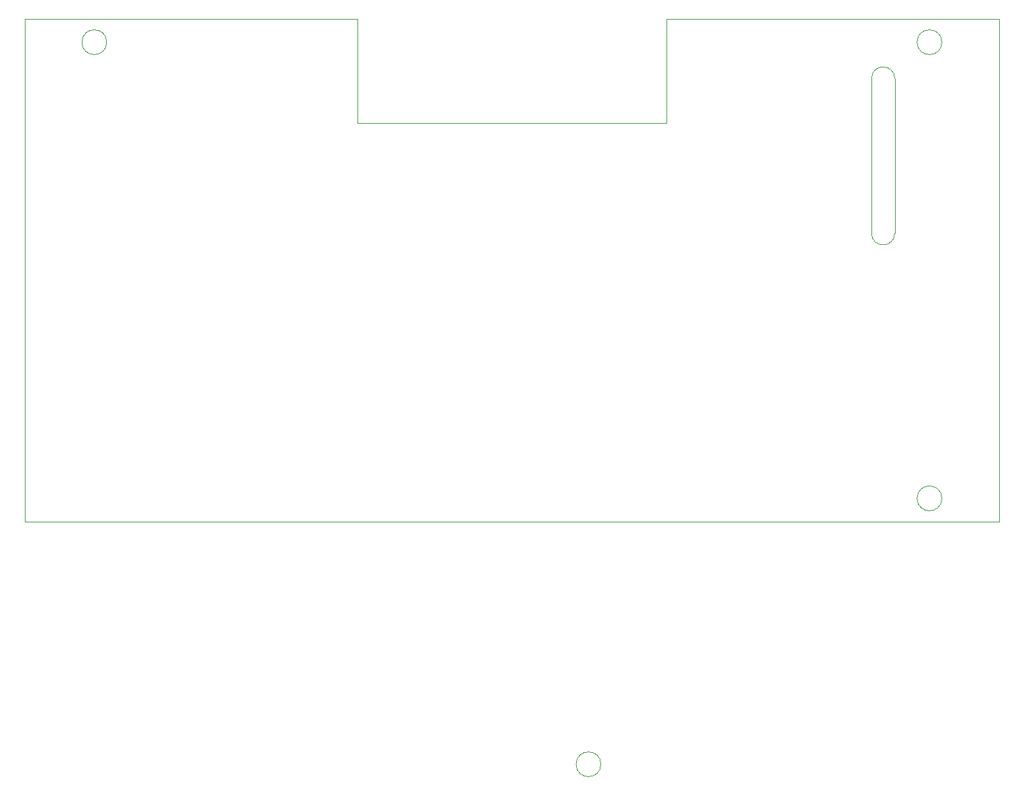
<source format=gko>
G04*
G04 #@! TF.GenerationSoftware,Altium Limited,Altium Designer,20.2.6 (244)*
G04*
G04 Layer_Color=16711935*
%FSLAX23Y23*%
%MOIN*%
G70*
G04*
G04 #@! TF.SameCoordinates,73FAD0BF-AACC-46A3-90AC-D22ED7FD95C1*
G04*
G04*
G04 #@! TF.FilePolarity,Positive*
G04*
G01*
G75*
%ADD118C,0.004*%
D118*
X417Y2441D02*
G03*
X417Y2441I-63J0D01*
G01*
X4669Y118D02*
G03*
X4669Y118I-63J0D01*
G01*
X2933Y-1236D02*
G03*
X2933Y-1236I-63J0D01*
G01*
X4669Y2441D02*
G03*
X4669Y2441I-63J0D01*
G01*
X4429Y2256D02*
G03*
X4311Y2256I-59J0D01*
G01*
Y1468D02*
G03*
X4429Y1468I59J0D01*
G01*
X1693Y2028D02*
Y2559D01*
X-0Y-0D02*
Y2559D01*
X1693D01*
X-0Y-0D02*
X4961D01*
X4429Y1468D02*
Y2256D01*
X4311Y1468D02*
Y2256D01*
X1693Y2028D02*
X3268D01*
Y2559D01*
X4961D01*
Y-0D02*
Y2559D01*
M02*

</source>
